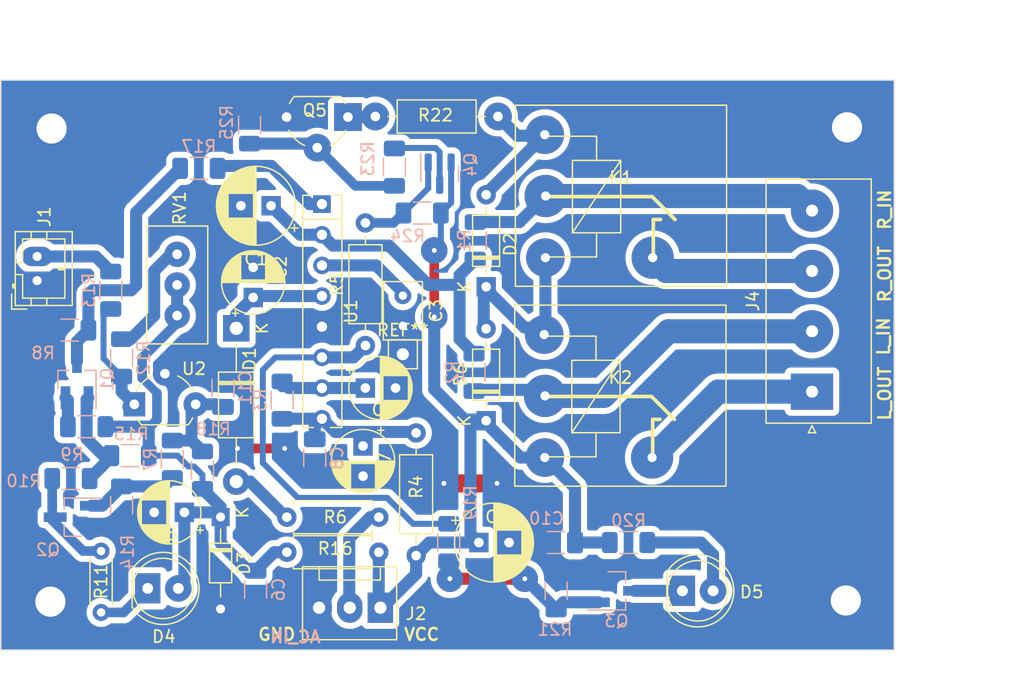
<source format=kicad_pcb>
(kicad_pcb (version 20240108) (generator "pcbnew") (generator_version "8.0")
  (layers (0 "F.Cu" signal) (31 "B.Cu" signal) (34 "B.Paste" user) (35 "F.Paste" user) (36 "B.SilkS" user "B.Silkscreen") (37 "F.SilkS" user "F.Silkscreen") (38 "B.Mask" user) (39 "F.Mask" user) (44 "Edge.Cuts" user))
  (net 0 "")
  (net 1 "Net-(U1-Output_Offset_Det.)")
  (net 2 "GND")
  (net 3 "Net-(D1-K)")
  (net 4 "Net-(U1-Latch{slash}Automat_Reset)")
  (net 5 "Net-(U1-VCC_ON_Mute)")
  (net 6 "Net-(D3-K)")
  (net 7 "Net-(U1-+VCC)")
  (net 8 "Net-(D1-A)")
  (net 9 "Net-(D2-A)")
  (net 10 "Net-(D4-K)")
  (net 11 "Net-(D5-K)")
  (net 12 "Net-(D5-A)")
  (net 13 "/INPUT_AC")
  (net 14 "Net-(D2-K)")
  (net 15 "/OUPUT_R")
  (net 16 "/INPUT_R")
  (net 17 "Net-(Q1-B)")
  (net 18 "Net-(Q1-E)")
  (net 19 "Net-(Q2-B)")
  (net 20 "Net-(Q1-C)")
  (net 21 "Net-(Q3-B)")
  (net 22 "Net-(U1-Output_Relay_Driver)")
  (net 23 "Net-(U2-K)")
  (net 24 "Net-(U2-REF)")
  (net 25 "Net-(R12-Pad2)")
  (net 26 "/OVERLOAD_DET")
  (net 27 "/INPUT_L")
  (net 28 "Net-(Q4-B)")
  (net 29 "Net-(Q4-C)")
  (net 30 "/VCC")
  (net 31 "/OUPUT_L")
  (net 32 "Net-(Q2-C)")
  (net 33 "Net-(J1-Pin_2)")
  (net 34 "Net-(Q5-C)")
  (net 35 "Net-(Q5-B)")
  (footprint "Capacitor_THT:CP_Radial_D5.0mm_P2.50mm" (layer "F.Cu") (at 129.194888 122.2)
    (property "Reference" "C4" (at 1.49 1.8045 0) (layer "F.SilkS"))
    (property "Value" "4.7u/10/16V")
    (pad "1" thru_hole rect (at 0 0) (size 1.6 1.6) (drill 0.8) (layers "*.Cu" "*.Mask") (net 5 "Net-(U1-VCC_ON_Mute)"))
    (pad "2" thru_hole circle (at 2.5 0) (size 1.6 1.6) (drill 0.8) (layers "*.Cu" "*.Mask") (net 2 "GND"))
  )
  (footprint "Diode_THT:D_DO-41_SOD81_P12.70mm_Horizontal" (layer "F.Cu") (at 118.5 117.25 -90)
    (property "Reference" "D1" (at 2.55 -1.1 -90) (layer "F.SilkS"))
    (property "Value" "1N4007")
    (fp_text user "K" (at 0 -2.1 -90) (layer "F.SilkS"))
    (pad "1" thru_hole rect (at 0 0 270) (size 2.2 2.2) (drill 1.1) (layers "*.Cu" "*.Mask") (net 3 "Net-(D1-K)"))
    (pad "2" thru_hole oval (at 12.7 0 270) (size 2.2 2.2) (drill 1.1) (layers "*.Cu" "*.Mask") (net 8 "Net-(D1-A)"))
  )
  (footprint "Resistor_THT:R_Axial_DIN0207_L6.3mm_D2.5mm_P7.62mm_Horizontal" (layer "F.Cu") (at 130.31 132.9 180)
    (property "Reference" "R6" (at 3.61 0 0) (layer "F.SilkS"))
    (property "Value" "12k")
    (pad "1" thru_hole circle (at 0 0 180) (size 1.6 1.6) (drill 0.8) (layers "*.Cu" "*.Mask") (net 13 "/INPUT_AC"))
    (pad "2" thru_hole oval (at 7.62 0 180) (size 1.6 1.6) (drill 0.8) (layers "*.Cu" "*.Mask") (net 8 "Net-(D1-A)"))
  )
  (footprint "Capacitor_THT:CP_Radial_D5.0mm_P2.50mm" (layer "F.Cu") (at 114.2 132.5 180)
    (property "Reference" "C5" (at 1.49 -1.8045 0) (layer "F.SilkS"))
    (property "Value" "47u/16V")
    (pad "1" thru_hole rect (at 0 0 180) (size 1.6 1.6) (drill 0.8) (layers "*.Cu" "*.Mask") (net 6 "Net-(D3-K)"))
    (pad "2" thru_hole circle (at 2.5 0 180) (size 1.6 1.6) (drill 0.8) (layers "*.Cu" "*.Mask") (net 2 "GND"))
  )
  (footprint "Resistor_THT:R_Axial_DIN0207_L6.3mm_D2.5mm_P10.16mm_Horizontal" (layer "F.Cu") (at 130.02 99.7)
    (property "Reference" "R22" (at 4.98 -0.1 0) (layer "F.SilkS"))
    (property "Value" "56")
    (pad "1" thru_hole circle (at 0 0) (size 2.3 2.3) (drill 0.8) (layers "*.Cu" "*.Mask") (net 34 "Net-(Q5-C)"))
    (pad "2" thru_hole circle (at 10.16 0) (size 2.3 2.3) (drill 0.8) (layers "*.Cu" "*.Mask") (net 9 "Net-(D2-A)"))
  )
  (footprint "Diode_THT:D_DO-35_SOD27_P7.62mm_Horizontal" (layer "F.Cu") (at 139.2 113.81 90)
    (property "Reference" "D2" (at 3.51 2 90) (layer "F.SilkS"))
    (property "Value" "1N4148")
    (fp_text user "K" (at 0 -1.8 90) (layer "F.SilkS"))
    (pad "1" thru_hole rect (at 0 0 90) (size 1.6 1.6) (drill 0.8) (layers "*.Cu" "*.Mask") (net 14 "Net-(D2-K)"))
    (pad "2" thru_hole oval (at 7.62 0 90) (size 1.6 1.6) (drill 0.8) (layers "*.Cu" "*.Mask") (net 9 "Net-(D2-A)"))
  )
  (footprint "Capacitor_THT:CP_Radial_D5.0mm_P2.50mm" (layer "F.Cu") (at 129 127 -90)
    (property "Reference" "C7" (at 1.49 -1.8045 90) (layer "F.SilkS"))
    (property "Value" "47u/10/16")
    (pad "1" thru_hole rect (at 0 0 270) (size 1.6 1.6) (drill 0.8) (layers "*.Cu" "*.Mask") (net 7 "Net-(U1-+VCC)"))
    (pad "2" thru_hole circle (at 2.5 0 270) (size 1.6 1.6) (drill 0.8) (layers "*.Cu" "*.Mask") (net 2 "GND"))
  )
  (footprint "Package_SIP:SIP-8_19x3mm_P2.54mm" (layer "F.Cu") (at 125.6 106.96 -90)
    (property "Reference" "U1" (at 8.89 -2.4 90) (layer "F.SilkS"))
    (property "Value" "UP1237")
    (pad "1" thru_hole rect (at 0 0) (size 1.45 1.45) (drill 0.85) (layers "*.Cu" "*.Mask") (net 26 "/OVERLOAD_DET"))
    (pad "2" thru_hole circle (at 2.54 0) (size 1.45 1.45) (drill 0.85) (layers "*.Cu" "*.Mask") (net 1 "Net-(U1-Output_Offset_Det.)"))
    (pad "3" thru_hole circle (at 5.08 0) (size 1.45 1.45) (drill 0.85) (layers "*.Cu" "*.Mask") (net 4 "Net-(U1-Latch{slash}Automat_Reset)"))
    (pad "4" thru_hole circle (at 7.62 0) (size 1.45 1.45) (drill 0.85) (layers "*.Cu" "*.Mask") (net 3 "Net-(D1-K)"))
    (pad "5" thru_hole circle (at 10.16 0) (size 1.45 1.45) (drill 0.85) (layers "*.Cu" "*.Mask") (net 2 "GND"))
    (pad "6" thru_hole circle (at 12.7 0) (size 1.45 1.45) (drill 0.85) (layers "*.Cu" "*.Mask") (net 22 "Net-(U1-Output_Relay_Driver)"))
    (pad "7" thru_hole circle (at 15.24 0) (size 1.45 1.45) (drill 0.85) (layers "*.Cu" "*.Mask") (net 5 "Net-(U1-VCC_ON_Mute)"))
    (pad "8" thru_hole circle (at 17.78 0) (size 1.45 1.45) (drill 0.85) (layers "*.Cu" "*.Mask") (net 7 "Net-(U1-+VCC)"))
  )
  (footprint "Package_TO_SOT_THT:TO-92L_Wide" (layer "F.Cu") (at 110.05 123.55)
    (property "Reference" "U2" (at 4.95 -2.95 0) (layer "F.SilkS"))
    (property "Value" "TL431LP")
    (pad "1" thru_hole rect (at 0 0) (size 1.8 2) (drill 0.8) (layers "*.Cu" "*.Mask") (net 24 "Net-(U2-REF)"))
    (pad "2" thru_hole circle (at 2.54 -2.54) (size 2 2) (drill 0.8) (layers "*.Cu" "*.Mask") (net 2 "GND"))
    (pad "3" thru_hole circle (at 5.08 0) (size 2 2) (drill 0.8) (layers "*.Cu" "*.Mask") (net 23 "Net-(U2-K)"))
  )
  (footprint "Connector_JST:JST_NV_B04P-NV_1x04_P5.00mm_Vertical" (layer "F.Cu") (at 166.2 122.5 90)
    (property "Reference" "J4" (at 7.5 -4.9 90) (layer "F.SilkS"))
    (property "Value" "Conn_01x04_Pin")
    (pad "1" thru_hole rect (at 0 0 90) (size 3 3.5) (drill 1) (layers "*.Cu" "*.Mask") (net 31 "/OUPUT_L"))
    (pad "2" thru_hole circle (at 5 0 90) (size 3.5 3.5) (drill 1) (layers "*.Cu" "*.Mask") (net 27 "/INPUT_L"))
    (pad "3" thru_hole circle (at 10 0 90) (size 3.5 3.5) (drill 1) (layers "*.Cu" "*.Mask") (net 15 "/OUPUT_R"))
    (pad "4" thru_hole circle (at 15 0 90) (size 3.5 3.5) (drill 1) (layers "*.Cu" "*.Mask") (net 16 "/INPUT_R"))
  )
  (footprint "Resistor_THT:R_Axial_DIN0207_L6.3mm_D2.5mm_P10.16mm_Horizontal" (layer "F.Cu") (at 133.4 136.08 90)
    (property "Reference" "R4" (at 5.68 0 90) (layer "F.SilkS"))
    (property "Value" "9k1")
    (pad "1" thru_hole circle (at 0 0 90) (size 1.6 1.6) (drill 0.8) (layers "*.Cu" "*.Mask") (net 30 "/VCC"))
    (pad "2" thru_hole oval (at 10.16 0 90) (size 1.6 1.6) (drill 0.8) (layers "*.Cu" "*.Mask") (net 7 "Net-(U1-+VCC)"))
  )
  (footprint "Resistor_THT:R_Axial_DIN0207_L6.3mm_D2.5mm_P10.16mm_Horizontal" (layer "F.Cu") (at 129.2 118.68 90)
    (property "Reference" "R5" (at 5.08 -2.37 90) (layer "F.SilkS"))
    (property "Value" "47k")
    (pad "1" thru_hole circle (at 0 0 90) (size 1.6 1.6) (drill 0.8) (layers "*.Cu" "*.Mask") (net 22 "Net-(U1-Output_Relay_Driver)"))
    (pad "2" thru_hole oval (at 10.16 0 90) (size 1.6 1.6) (drill 0.8) (layers "*.Cu" "*.Mask") (net 28 "Net-(Q4-B)"))
  )
  (footprint "Capacitor_THT:CP_Radial_D5.0mm_P2.50mm" (layer "F.Cu") (at 119.9 114.7 90)
    (property "Reference" "C2" (at 2.491 2.268 90) (layer "F.SilkS"))
    (property "Value" "4.7u/10/16V")
    (pad "1" thru_hole rect (at 0 0 90) (size 1.6 1.6) (drill 0.8) (layers "*.Cu" "*.Mask") (net 3 "Net-(D1-K)"))
    (pad "2" thru_hole circle (at 2.5 0 90) (size 1.6 1.6) (drill 0.8) (layers "*.Cu" "*.Mask") (net 2 "GND"))
  )
  (footprint "LED_THT:LED_D5.0mm" (layer "F.Cu") (at 155.46 139)
    (property "Reference" "D5" (at 5.74 0.1 0) (layer "F.SilkS"))
    (property "Value" "LED_Small")
    (pad "1" thru_hole rect (at 0 0) (size 2.1 2.5) (drill 0.9) (layers "*.Cu" "*.Mask") (net 11 "Net-(D5-K)"))
    (pad "2" thru_hole circle (at 2.54 0) (size 2.2 2.2) (drill 0.9) (layers "*.Cu" "*.Mask") (net 12 "Net-(D5-A)"))
  )
  (footprint "LED_THT:LED_D5.0mm" (layer "F.Cu") (at 111.16 138.8)
    (property "Reference" "D4" (at 1.34 4 0) (layer "F.SilkS"))
    (property "Value" "LED_Small")
    (pad "1" thru_hole rect (at 0 0) (size 2.1 2.5) (drill 0.9) (layers "*.Cu" "*.Mask") (net 10 "Net-(D4-K)"))
    (pad "2" thru_hole circle (at 2.54 0) (size 2.2 2.2) (drill 0.9) (layers "*.Cu" "*.Mask") (net 6 "Net-(D3-K)"))
  )
  (footprint "Capacitor_THT:C_Rect_L4.6mm_W3.0mm_P2.50mm_MKS02_FKP02" (layer "F.Cu") (at 132.3 114.55 -90)
    (property "Reference" "C3" (at 1.25 -2.75 90) (layer "F.SilkS"))
    (property "Value" "22n")
    (pad "1" thru_hole circle (at 0 0 270) (size 1.4 1.4) (drill 0.7) (layers "*.Cu" "*.Mask") (net 4 "Net-(U1-Latch{slash}Automat_Reset)"))
    (pad "2" thru_hole circle (at 2.5 0 270) (size 1.4 1.4) (drill 0.7) (layers "*.Cu" "*.Mask") (net 2 "GND"))
  )
  (footprint "Resistor_THT:R_Axial_DIN0204_L3.6mm_D1.6mm_P5.08mm_Horizontal" (layer "F.Cu") (at 107.3 135.71 -90)
    (property "Reference" "R11" (at 2.54 0 -90) (layer "F.SilkS"))
    (property "Value" "4k7")
    (pad "1" thru_hole circle (at 0 0 270) (size 1.4 1.4) (drill 0.7) (layers "*.Cu" "*.Mask") (net 32 "Net-(Q2-C)"))
    (pad "2" thru_hole oval (at 5.08 0 270) (size 1.4 1.4) (drill 0.7) (layers "*.Cu" "*.Mask") (net 10 "Net-(D4-K)"))
  )
  (footprint "Capacitor_THT:CP_Radial_D6.3mm_P2.50mm" (layer "F.Cu") (at 138.6 135)
    (property "Reference" "C9" (at 1.49 -2.131 0) (layer "F.SilkS"))
    (property "Value" "100u/40V")
    (pad "1" thru_hole rect (at 0 0) (size 1.6 1.6) (drill 0.8) (layers "*.Cu" "*.Mask") (net 30 "/VCC"))
    (pad "2" thru_hole circle (at 2.5 0) (size 1.6 1.6) (drill 0.8) (layers "*.Cu" "*.Mask") (net 2 "GND"))
  )
  (footprint "Relay:Relay_Hongfa_HF3FF" (layer "F.Cu") (at 150.3 122.9)
    (property "Reference" "K2" (at 0.02 -1.57 0) (layer "F.SilkS"))
    (property "Value" "Relay_SPST-NO")
    (pad "13" thru_hole circle (at -6.22 -0.05) (size 3.5 3.5) (drill 0.762) (layers "*.Cu" "*.Mask") (net 27 "/INPUT_L"))
    (pad "14" thru_hole circle (at 2.65 5.06) (size 3.5 3.5) (drill 0.762) (layers "*.Cu" "*.Mask") (net 31 "/OUPUT_L"))
    (pad "A1" thru_hole circle (at -6.29 -5.13) (size 3.2 3.2) (drill 0.762) (layers "*.Cu" "*.Mask") (net 14 "Net-(D2-K)"))
    (pad "A2" thru_hole circle (at -6.24 5.06) (size 3.2 3.2) (drill 0.762) (layers "*.Cu" "*.Mask") (net 30 "/VCC"))
  )
  (footprint "Connector_JST:JST_PH_B2B-PH-K_1x02_P2.00mm_Vertical" (layer "F.Cu") (at 102 113.3 90)
    (property "Reference" "J1" (at 5.3 0.6 90) (layer "F.SilkS"))
    (property "Value" "Conn_01x02")
    (pad "1" thru_hole roundrect (at 0 0 90) (size 1.5 2.5) (drill 0.75) (layers "*.Cu" "*.Mask") (roundrect_rratio 0.208333) (net 2 "GND"))
    (pad "2" thru_hole oval (at 2 0 90) (size 1.6 2.5) (drill 0.75) (layers "*.Cu" "*.Mask") (net 33 "Net-(J1-Pin_2)"))
  )
  (footprint "Relay:Relay_Hongfa_HF3FF" (layer "F.Cu") (at 150.35 106.34)
    (property "Reference" "K1" (at 0.02 -1.57 0) (layer "F.SilkS"))
    (property "Value" "Relay_SPST-NO")
    (pad "13" thru_hole circle (at -6.22 -0.05) (size 3.5 3.5) (drill 0.762) (layers "*.Cu" "*.Mask") (net 16 "/INPUT_R"))
    (pad "14" thru_hole circle (at 2.65 5.06) (size 3.5 3.5) (drill 0.762) (layers "*.Cu" "*.Mask") (net 15 "/OUPUT_R"))
    (pad "A1" thru_hole circle (at -6.29 -5.13) (size 3.2 3.2) (drill 0.762) (layers "*.Cu" "*.Mask") (net 9 "Net-(D2-A)"))
    (pad "A2" thru_hole circle (at -6.24 5.06) (size 3.2 3.2) (drill 0.762) (layers "*.Cu" "*.Mask") (net 14 "Net-(D2-K)"))
  )
  (footprint "Diode_THT:D_DO-35_SOD27_P7.62mm_Horizontal" (layer "F.Cu") (at 139.2 124.91 90)
    (property "Reference" "D6" (at 3.81 -2.12 90) (layer "F.SilkS"))
    (property "Value" "1N4148")
    (fp_text user "K" (at 0 -1.8 90) (layer "F.SilkS"))
    (pad "1" thru_hole rect (at 0 0 90) (size 1.6 1.6) (drill 0.8) (layers "*.Cu" "*.Mask") (net 30 "/VCC"))
    (pad "2" thru_hole oval (at 7.62 0 90) (size 1.6 1.6) (drill 0.8) (layers "*.Cu" "*.Mask") (net 14 "Net-(D2-K)"))
  )
  (footprint "Connector:FanPinHeader_1x03_P2.54mm_Vertical" (layer "F.Cu") (at 130.44 140.4 180)
    (property "Reference" "J2" (at -2.96 -0.5 0) (layer "F.SilkS"))
    (property "Value" "Conn_01x03")
    (pad "1" thru_hole rect (at 0 0 270) (size 2.5 2.1) (drill 1.02) (layers "*.Cu" "*.Mask") (net 30 "/VCC"))
    (pad "2" thru_hole oval (at 2.54 0 270) (size 2.5 2.1) (drill 1.02) (layers "*.Cu" "*.Mask") (net 13 "/INPUT_AC"))
    (pad "3" thru_hole oval (at 5.08 0 270) (size 2.5 2.1) (drill 1.02) (layers "*.Cu" "*.Mask") (net 2 "GND"))
  )
  (footprint "Package_TO_SOT_THT:TO-92L_Wide" (layer "F.Cu") (at 127.75 99.75 180)
    (property "Reference" "Q5" (at 2.75 0.55 0) (layer "F.SilkS"))
    (property "Value" "BC337")
    (pad "1" thru_hole rect (at 0 0 180) (size 2.3 2.3) (drill 0.8) (layers "*.Cu" "*.Mask") (net 34 "Net-(Q5-C)"))
    (pad "2" thru_hole circle (at 2.54 -2.54 180) (size 2.3 2.3) (drill 0.8) (layers "*.Cu" "*.Mask") (net 35 "Net-(Q5-B)"))
    (pad "3" thru_hole circle (at 5.08 0 180) (size 2.3 2.3) (drill 0.8) (layers "*.Cu" "*.Mask") (net 2 "GND"))
  )
  (footprint "Capacitor_THT:CP_Radial_D6.3mm_P2.50mm" (layer "F.Cu") (at 121.38238 107.1 180)
    (property "Reference" "C1" (at 1.25 -4.4 180) (layer "F.SilkS"))
    (property "Value" "330u/10/16V")
    (pad "1" thru_hole rect (at 0 0 180) (size 1.6 1.6) (drill 0.8) (layers "*.Cu" "*.Mask") (net 1 "Net-(U1-Output_Offset_Det.)"))
    (pad "2" thru_hole circle (at 2.5 0 180) (size 1.6 1.6) (drill 0.8) (layers "*.Cu" "*.Mask") (net 2 "GND"))
  )
  (footprint "TestPoint:TestPoint_THTPad_2.0x2.0mm_Drill1.0mm" (layer "F.Cu") (at 132.3 119.4)
    (property "Reference" "REF**" (at 0 -1.998 0) (layer "F.SilkS"))
    (property "Value" "TestPoint_THTPad_2.0x2.0mm_Drill1.0mm")
    (pad "1" thru_hole circle (at 0 0) (size 2 2) (drill 1) (layers "*.Cu" "*.Mask"))
  )
  (footprint "Diode_THT:D_DO-34_SOD68_P7.62mm_Horizontal" (layer "F.Cu") (at 117.2 132.885 -90)
    (property "Reference" "D3" (at 3.81 -1.92 90) (layer "F.SilkS"))
    (property "Value" "12V")
    (fp_text user "K" (at -0.385 -1.8 90) (layer "F.SilkS"))
    (pad "1" thru_hole rect (at 0 0 270) (size 1.5 1.5) (drill 0.75) (layers "*.Cu" "*.Mask") (net 6 "Net-(D3-K)"))
    (pad "2" thru_hole oval (at 7.62 0 270) (size 1.5 1.5) (drill 0.75) (layers "*.Cu" "*.Mask") (net 2 "GND"))
  )
  (footprint "Resistor_THT:R_Axial_DIN0207_L6.3mm_D2.5mm_P7.62mm_Horizontal" (layer "F.Cu") (at 130.31 135.8 180)
    (property "Reference" "R16" (at 3.61 0.3 0) (layer "F.SilkS"))
    (property "Value" "2k")
    (pad "1" thru_hole circle (at 0 0 180) (size 1.6 1.6) (drill 0.8) (layers "*.Cu" "*.Mask") (net 30 "/VCC"))
    (pad "2" thru_hole oval (at 7.62 0 180) (size 1.6 1.6) (drill 0.8) (layers "*.Cu" "*.Mask") (net 6 "Net-(D3-K)"))
  )
  (footprint "Potentiometer_THT:Potentiometer_Bourns_3296W_Vertical" (layer "F.Cu") (at 113.6 111.12 90)
    (property "Reference" "RV1" (at 3.82 0.2 90) (layer "F.SilkS"))
    (property "Value" "2k")
    (pad "1" thru_hole circle (at 0 0 90) (size 2.1 2.1) (drill 0.8) (layers "*.Cu" "*.Mask") (net 25 "Net-(R12-Pad2)"))
    (pad "2" thru_hole circle (at -2.54 0 90) (size 2.1 2.1) (drill 0.8) (layers "*.Cu" "*.Mask") (net 6 "Net-(D3-K)"))
    (pad "3" thru_hole circle (at -5.08 0 90) (size 2.1 2.1) (drill 0.8) (layers "*.Cu" "*.Mask") (net 6 "Net-(D3-K)"))
  )
  (footprint "Package_TO_SOT_SMD:SOT-23_Handsoldering" (layer "B.Cu") (at 105 132.9 180)
    (property "Reference" "Q2" (at 2.1 -2.7 0) (layer "B.SilkS") (effects (justify mirror)))
    (property "Value" "BC847")
    (pad "1" smd rect (at -1.5 0.95 180) (size 1.9 0.8) (layers "B.Cu" "B.Paste" "B.Mask") (net 19 "Net-(Q2-B)"))
    (pad "2" smd rect (at -1.5 -0.95 180) (size 1.9 0.8) (layers "B.Cu" "B.Paste" "B.Mask") (net 2 "GND"))
    (pad "3" smd rect (at 1.5 0 180) (size 1.9 0.8) (layers "B.Cu" "B.Paste" "B.Mask") (net 32 "Net-(Q2-C)"))
  )
  (footprint "Capacitor_SMD:C_1206_3216Metric_Pad1.33x1.80mm_HandSolder" (layer "B.Cu") (at 117.4 122.2 90)
    (property "Reference" "C11" (at 0 1.85 90) (layer "B.SilkS") (effects (justify mirror)))
    (property "Value" "0.1u")
    (pad "1" smd roundrect (at -1.5625 0 90) (size 1.325 1.8) (layers "B.Cu" "B.Paste" "B.Mask") (roundrect_rratio 0.188679) (net 23 "Net-(U2-K)"))
    (pad "2" smd roundrect (at 1.5625 0 90) (size 1.325 1.8) (layers "B.Cu" "B.Paste" "B.Mask") (roundrect_rratio 0.188679) (net 2 "GND"))
  )
  (footprint "Package_TO_SOT_SMD:SOT-23_Handsoldering" (layer "B.Cu") (at 105.3 121.5 90)
    (property "Reference" "Q1" (at 0 2.5 90) (layer "B.SilkS") (effects (justify mirror)))
    (property "Value" "BC858")
    (pad "1" smd rect (at -1.5 0.95 90) (size 1.9 0.8) (layers "B.Cu" "B.Paste" "B.Mask") (net 17 "Net-(Q1-B)"))
    (pad "2" smd rect (at -1.5 -0.95 90) (size 1.9 0.8) (layers "B.Cu" "B.Paste" "B.Mask") (net 18 "Net-(Q1-E)"))
    (pad "3" smd rect (at 1.5 0 90) (size 1.9 0.8) (layers "B.Cu" "B.Paste" "B.Mask") (net 20 "Net-(Q1-C)"))
  )
  (footprint "MountingHole:MountingHole_2.5mm_Pad" (layer "B.Cu") (at 103.2 100.7 180)
    (property "Reference" "REF**" (hide yes))
    (property "Value" "MountingHole_2.5mm_Pad" (hide yes))
    (pad "1" thru_hole circle (at 0 0 180) (size 5 5) (drill 2.5) (layers "*.Cu" "*.Mask") (net 2 "GND"))
  )
  (footprint "Resistor_SMD:R_1206_3216Metric_Pad1.30x1.75mm_HandSolder" (layer "B.Cu") (at 138.3 110 90)
    (property "Reference" "R1" (at 0 -0.91 90) (layer "B.SilkS") (effects (justify mirror)))
    (property "Value" "56k")
    (pad "1" smd roundrect (at -1.55 0 90) (size 1.3 1.75) (layers "B.Cu" "B.Paste" "B.Mask") (roundrect_rratio 0.192308) (net 1 "Net-(U1-Output_Offset_Det.)"))
    (pad "2" smd roundrect (at 1.55 0 90) (size 1.3 1.75) (layers "B.Cu" "B.Paste" "B.Mask") (roundrect_rratio 0.192308) (net 16 "/INPUT_R"))
  )
  (footprint "Capacitor_SMD:C_1206_3216Metric_Pad1.33x1.80mm_HandSolder" (layer "B.Cu") (at 125 128 90)
    (property "Reference" "C8" (at 0 1.85 90) (layer "B.SilkS") (effects (justify mirror)))
    (property "Value" "0.1u")
    (pad "1" smd roundrect (at -1.5625 0 90) (size 1.325 1.8) (layers "B.Cu" "B.Paste" "B.Mask") (roundrect_rratio 0.188679) (net 2 "GND"))
    (pad "2" smd roundrect (at 1.5625 0 90) (size 1.325 1.8) (layers "B.Cu" "B.Paste" "B.Mask") (roundrect_rratio 0.188679) (net 7 "Net-(U1-+VCC)"))
  )
  (footprint "Resistor_SMD:R_1206_3216Metric_Pad1.30x1.75mm_HandSolder" (layer "B.Cu") (at 151 135 180)
    (property "Reference" "R20" (at 0 1.82 0) (layer "B.SilkS") (effects (justify mirror)))
    (property "Value" "10k")
    (pad "1" smd roundrect (at -1.55 0 180) (size 1.3 1.75) (layers "B.Cu" "B.Paste" "B.Mask") (roundrect_rratio 0.192308) (net 12 "Net-(D5-A)"))
    (pad "2" smd roundrect (at 1.55 0 180) (size 1.3 1.75) (layers "B.Cu" "B.Paste" "B.Mask") (roundrect_rratio 0.192308) (net 30 "/VCC"))
  )
  (footprint "Resistor_SMD:R_1206_3216Metric_Pad1.30x1.75mm_HandSolder" (layer "B.Cu") (at 104.7 117.4)
    (property "Reference" "R8" (at -2.2 1.9 0) (layer "B.SilkS") (effects (justify mirror)))
    (property "Value" "2k7")
    (pad "1" smd roundrect (at -1.55 0) (size 1.3 1.75) (layers "B.Cu" "B.Paste" "B.Mask") (roundrect_rratio 0.192308) (net 2 "GND"))
    (pad "2" smd roundrect (at 1.55 0) (size 1.3 1.75) (layers "B.Cu" "B.Paste" "B.Mask") (roundrect_rratio 0.192308) (net 20 "Net-(Q1-C)"))
  )
  (footprint "Capacitor_SMD:C_1206_3216Metric_Pad1.33x1.80mm_HandSolder" (layer "B.Cu") (at 145 135)
    (property "Reference" "C10" (at -0.8 -2 0) (layer "B.SilkS") (effects (justify mirror)))
    (property "Value" "0.1u")
    (pad "1" smd roundrect (at -1.5625 0) (size 1.325 1.8) (layers "B.Cu" "B.Paste" "B.Mask") (roundrect_rratio 0.188679) (net 2 "GND"))
    (pad "2" smd roundrect (at 1.5625 0) (size 1.325 1.8) (layers "B.Cu" "B.Paste" "B.Mask") (roundrect_rratio 0.188679) (net 30 "/VCC"))
  )
  (footprint "MountingHole:MountingHole_2.5mm_Pad" (layer "B.Cu") (at 169 139.8 180)
    (property "Reference" "REF**" (hide yes))
    (property "Value" "MountingHole_2.5mm_Pad" (hide yes))
    (pad "1" thru_hole circle (at 0 0 180) (size 5 5) (drill 2.5) (layers "*.Cu" "*.Mask") (net 2 "GND"))
  )
  (footprint "Resistor_SMD:R_1206_3216Metric_Pad1.30x1.75mm_HandSolder" (layer "B.Cu") (at 115.7 129 90)
    (property "Reference" "R18" (at 3.4 0.9 180) (layer "B.SilkS") (effects (justify mirror)))
    (property "Value" "6k8")
    (pad "1" smd roundrect (at -1.55 0 90) (size 1.3 1.75) (layers "B.Cu" "B.Paste" "B.Mask") (roundrect_rratio 0.192308) (net 6 "Net-(D3-K)"))
    (pad "2" smd roundrect (at 1.55 0 90) (size 1.3 1.75) (layers "B.Cu" "B.Paste" "B.Mask") (roundrect_rratio 0.192308) (net 23 "Net-(U2-K)"))
  )
  (footprint "Resistor_SMD:R_1206_3216Metric_Pad1.30x1.75mm_HandSolder" (layer "B.Cu") (at 133.9 107.7)
    (property "Reference" "R24" (at -1.2 1.9 0) (layer "B.SilkS") (effects (justify mirror)))
    (property "Value" "47k")
    (pad "1" smd roundrect (at -1.55 0) (size 1.3 1.75) (layers "B.Cu" "B.Paste" "B.Mask") (roundrect_rratio 0.192308) (net 28 "Net-(Q4-B)"))
    (pad "2" smd roundrect (at 1.55 0) (size 1.3 1.75) (layers "B.Cu" "B.Paste" "B.Mask") (roundrect_rratio 0.192308) (net 30 "/VCC"))
  )
  (footprint "Resistor_SMD:R_1206_3216Metric_Pad1.30x1.75mm_HandSolder" (layer "B.Cu") (at 136.1 135 -90)
    (property "Reference" "R19" (at -3.3 -1.8 90) (layer "B.SilkS") (effects (justify mirror)))
    (property "Value" "47k")
    (pad "1" smd roundrect (at -1.55 0 270) (size 1.3 1.75) (layers "B.Cu" "B.Paste" "B.Mask") (roundrect_rratio 0.192308) (net 22 "Net-(U1-Output_Relay_Driver)"))
    (pad "2" smd roundrect (at 1.55 0 270) (size 1.3 1.75) (layers "B.Cu" "B.Paste" "B.Mask") (roundrect_rratio 0.192308) (net 21 "Net-(Q3-B)"))
  )
  (footprint "Resistor_SMD:R_1206_3216Metric_Pad1.30x1.75mm_HandSolder" (layer "B.Cu") (at 109 131.9 90)
    (property "Reference" "R14" (at -3.9 0.5 90) (layer "B.SilkS") (effects (justify mirror)))
    (property "Value" "4k7")
    (pad "1" smd roundrect (at -1.55 0 90) (size 1.3 1.75) (layers "B.Cu" "B.Paste" "B.Mask") (roundrect_rratio 0.192308) (net 2 "GND"))
    (pad "2" smd roundrect (at 1.55 0 90) (size 1.3 1.75) (layers "B.Cu" "B.Paste" "B.Mask") (roundrect_rratio 0.192308) (net 19 "Net-(Q2-B)"))
  )
  (footprint "Resistor_SMD:R_1206_3216Metric_Pad1.30x1.75mm_HandSolder" (layer "B.Cu") (at 115.4 104 180)
    (property "Reference" "R17" (at 0 1.82 0) (layer "B.SilkS") (effects (justify mirror)))
    (property "Value" "22k")
    (pad "1" smd roundrect (at -1.55 0 180) (size 1.3 1.75) (layers "B.Cu" "B.Paste" "B.Mask") (roundrect_rratio 0.192308) (net 26 "/OVERLOAD_DET"))
    (pad "2" smd roundrect (at 1.55 0 180) (size 1.3 1.75) (layers "B.Cu" "B.Paste" "B.Mask") (roundrect_rratio 0.192308) (net 20 "Net-(Q1-C)"))
  )
  (footprint "MountingHole:MountingHole_2.5mm_Pad" (layer "B.Cu") (at 169.1 100.6 180)
    (property "Reference" "REF**" (hide yes))
    (property "Value" "MountingHole_2.5mm_Pad" (hide yes))
    (pad "1" thru_hole circle (at 0 0 180) (size 5 5) (drill 2.5) (layers "*.Cu" "*.Mask") (net 2 "GND"))
  )
  (footprint "Resistor_SMD:R_1206_3216Metric_Pad1.30x1.75mm_HandSolder" (layer "B.Cu") (at 145 139 -90)
    (property "Reference" "R21" (at 3.2 0.1 180) (layer "B.SilkS") (effects (justify mirror)))
    (property "Value" "47k")
    (pad "1" smd roundrect (at -1.55 0 270) (size 1.3 1.75) (layers "B.Cu" "B.Paste" "B.Mask") (roundrect_rratio 0.192308) (net 2 "GND"))
    (pad "2" smd roundrect (at 1.55 0 270) (size 1.3 1.75) (layers "B.Cu" "B.Paste" "B.Mask") (roundrect_rratio 0.192308) (net 21 "Net-(Q3-B)"))
  )
  (footprint "Resistor_SMD:R_1206_3216Metric_Pad1.30x1.75mm_HandSolder" (layer "B.Cu") (at 131.6 103.9 90)
    (property "Reference" "R23" (at 0.7 -2.2 90) (layer "B.SilkS") (effects (justify mirror)))
    (property "Value" "47k")
    (pad "1" smd roundrect (at -1.55 0 90) (size 1.3 1.75) (layers "B.Cu" "B.Paste" "B.Mask") (roundrect_rratio 0.192308) (net 35 "Net-(Q5-B)"))
    (pad "2" smd roundrect (at 1.55 0 90) (size 1.3 1.75) (layers "B.Cu" "B.Paste" "B.Mask") (roundrect_rratio 0.192308) (net 29 "Net-(Q4-C)"))
  )
  (footprint "Resistor_SMD:R_1206_3216Metric_Pad1.30x1.75mm_HandSolder" (layer "B.Cu") (at 106.1 125.4)
    (property "Reference" "R9" (at -1.2 2.3 0) (layer "B.SilkS") (effects (justify mirror)))
    (property "Value" "3k9")
    (pad "1" smd roundrect (at -1.55 0) (size 1.3 1.75) (layers "B.Cu" "B.Paste" "B.Mask") (roundrect_rratio 0.192308) (net 18 "Net-(Q1-E)"))
    (pad "2" smd roundrect (at 1.55 0) (size 1.3 1.75) (layers "B.Cu" "B.Paste" "B.Mask") (roundrect_rratio 0.192308) (net 6 "Net-(D3-K)"))
  )
  (footprint "Resistor_SMD:R_1206_3216Metric_Pad1.30x1.75mm_HandSolder" (layer "B.Cu") (at 109 119.7 90)
    (property "Reference" "R12" (at 0 1.82 90) (layer "B.SilkS") (effects (justify mirror)))
    (property "Value" "3k")
    (pad "1" smd roundrect (at -1.55 0 90) (size 1.3 1.75) (layers "B.Cu" "B.Paste" "B.Mask") (roundrect_rratio 0.192308) (net 24 "Net-(U2-REF)"))
    (pad "2" smd roundrect (at 1.55 0 90) (size 1.3 1.75) (layers "B.Cu" "B.Paste" "B.Mask") (roundrect_rratio 0.192308) (net 25 "Net-(R12-Pad2)"))
  )
  (footprint "Package_TO_SOT_SMD:SOT-23" (layer "B.Cu") (at 135.35 104.4375 -90)
    (property "Reference" "Q4" (at -0.7375 -2.55 90) (layer "B.SilkS") (effects (justify mirror)))
    (property "Value" "BC858")
    (pad "1" smd roundrect (at -0.9375 0.95 270) (size 1.475 0.6) (layers "B.Cu" "B.Paste" "B.Mask") (net 28 "Net-(Q4-B)"))
    (pad "2" smd roundrect (at -0.9375 -0.95 270) (size 1.475 0.6) (layers "B.Cu" "B.Paste" "B.Mask") (net 30 "/VCC"))
    (pad "3" smd roundrect (at 0.9375 0 270) (size 1.475 0.6) (layers "B.Cu" "B.Paste" "B.Mask") (net 29 "Net-(Q4-C)"))
  )
  (footprint "Capacitor_SMD:C_1206_3216Metric_Pad1.33x1.80mm_HandSolder" (layer "B.Cu") (at 120.1 138.9 -90)
    (property "Reference" "C6" (at 0 -1.9 90) (layer "B.SilkS") (effects (justify mirror)))
    (property "Value" "0.1u")
    (pad "1" smd roundrect (at -1.5625 0 270) (size 1.325 1.8) (layers "B.Cu" "B.Paste" "B.Mask") (roundrect_rratio 0.188679) (net 6 "Net-(D3-K)"))
    (pad "2" smd roundrect (at 1.5625 0 270) (size 1.325 1.8) (layers "B.Cu" "B.Paste" "B.Mask") (roundrect_rratio 0.188679) (net 2 "GND"))
  )
  (footprint "Resistor_SMD:R_1206_3216Metric_Pad1.30x1.75mm_HandSolder" (layer "B.Cu") (at 138.2 120.9 -90)
    (property "Reference" "R2" (at 0 1.82 90) (layer "B.SilkS") (effects (justify mirror)))
    (property "Value" "56k")
    (pad "1" smd roundrect (at -1.55 0 270) (size 1.3 1.75) (layers "B.Cu" "B.Paste" "B.Mask") (roundrect_rratio 0.192308) (net 1 "Net-(U1-Output_Offset_Det.)"))
    (pad "2" smd roundrect (at 1.55 0 270) (size 1.3 1.75) (layers "B.Cu" "B.Paste" "B.Mask") (roundrect_rratio 0.192308) (net 27 "/INPUT_L"))
  )
  (footprint "Resistor_SMD:R_1206_3216Metric_Pad1.30x1.75mm_HandSolder" (layer "B.Cu") (at 108.1 114.1 -90)
    (property "Reference" "R13" (at 0 1.82 90) (layer "B.SilkS") (effects (justify mirror)))
    (property "Value" "200")
    (pad "1" smd roundrect (at -1.55 0 270) (size 1.3 1.75) (layers "B.Cu" "B.Paste" "B.Mask") (roundrect_rratio 0.192308) (net 33 "Net-(J1-Pin_2)"))
    (pad "2" smd roundrect (at 1.55 0 270) (size 1.3 1.75) (layers "B.Cu" "B.Paste" "B.Mask") (roundrect_rratio 0.192308) (net 24 "Net-(U2-REF)"))
  )
  (footprint "Resistor_SMD:R_1206_3216Metric_Pad1.30x1.75mm_HandSolder" (layer "B.Cu") (at 113.2 128.1 -90)
    (property "Reference" "R7" (at 0 1.82 90) (layer "B.SilkS") (effects (justify mirror)))
    (property "Value" "4k7")
    (pad "1" smd roundrect (at -1.55 0 270) (size 1.3 1.75) (layers "B.Cu" "B.Paste" "B.Mask") (roundrect_rratio 0.192308) (net 23 "Net-(U2-K)"))
    (pad "2" smd roundrect (at 1.55 0 270) (size 1.3 1.75) (layers "B.Cu" "B.Paste" "B.Mask") (roundrect_rratio 0.192308) (net 19 "Net-(Q2-B)"))
  )
  (footprint "Resistor_SMD:R_1206_3216Metric_Pad1.30x1.75mm_HandSolder" (layer "B.Cu") (at 119.6 100.4 90)
    (property "Reference" "R25" (at 0.2 -1.9 90) (layer "B.SilkS") (effects (justify mirror)))
    (property "Value" "47k")
    (pad "1" smd roundrect (at -1.55 0 90) (size 1.3 1.75) (layers "B.Cu" "B.Paste" "B.Mask") (roundrect_rratio 0.192308) (net 35 "Net-(Q5-B)"))
    (pad "2" smd roundrect (at 1.55 0 90) (size 1.3 1.75) (layers "B.Cu" "B.Paste" "B.Mask") (roundrect_rratio 0.192308) (net 2 "GND"))
  )
  (footprint "Package_TO_SOT_SMD:SOT-23_Handsoldering" (layer "B.Cu") (at 150 139)
    (property "Reference" "Q3" (at 0 2.5 0) (layer "B.SilkS") (effects (justify mirror)))
    (property "Value" "BC847")
    (pad "1" smd rect (at -1.5 0.95) (size 1.9 0.8) (layers "B.Cu" "B.Paste" "B.Mask") (net 21 "Net-(Q3-B)"))
    (pad "2" smd rect (at -1.5 -0.95) (size 1.9 0.8) (layers "B.Cu" "B.Paste" "B.Mask") (net 2 "GND"))
    (pad "3" smd rect (at 1.5 0) (size 1.9 0.8) (layers "B.Cu" "B.Paste" "B.Mask") (net 11 "Net-(D5-K)"))
  )
  (footprint "Resistor_SMD:R_1206_3216Metric_Pad1.30x1.75mm_HandSolder" (layer "B.Cu") (at 109.7 127.8)
    (property "Reference" "R15" (at 0.1 -1.8 0) (layer "B.SilkS") (effects (justify mirror)))
    (property "Value" "4k7")
    (pad "1" smd roundrect (at -1.55 0) (size 1.3 1.75) (layers "B.Cu" "B.Paste" "B.Mask") (roundrect_rratio 0.192308) (net 17 "Net-(Q1-B)"))
    (pad "2" smd roundrect (at 1.55 0) (size 1.3 1.75) (layers "B.Cu" "B.Paste" "B.Mask") (roundrect_rratio 0.192308) (net 6 "Net-(D3-K)"))
  )
  (footprint "Resistor_SMD:R_1206_3216Metric_Pad1.30x1.75mm_HandSolder" (layer "B.Cu") (at 122.3 123.2 -90)
    (property "Reference" "R3" (at 0 1.82 90) (layer "B.SilkS") (effects (justify mirror)))
    (property "Value" "56k")
    (pad "1" smd roundrect (at -1.55 0 270) (size 1.3 1.75) (layers "B.Cu" "B.Paste" "B.Mask") (roundrect_rratio 0.192308) (net 5 "Net-(U1-VCC_ON_Mute)"))
    (pad "2" smd roundrect (at 1.55 0 270) (size 1.3 1.75) (layers "B.Cu" "B.Paste" "B.Mask") (roundrect_rratio 0.192308) (net 7 "Net-(U1-+VCC)"))
  )
  (footprint "MountingHole:MountingHole_2.5mm_Pad" (layer "B.Cu") (at 103.1 139.9 180)
    (property "Reference" "REF**" (hide yes))
    (property "Value" "MountingHole_2.5mm_Pad" (hide yes))
    (pad "1" thru_hole circle (at 0 0 180) (size 5 5) (drill 2.5) (layers "*.Cu" "*.Mask") (net 2 "GND"))
  )
  (footprint "Resistor_SMD:R_1206_3216Metric_Pad1.30x1.75mm_HandSolder" (layer "B.Cu") (at 104.8 129.7)
    (property "Reference" "R10" (at -3.9 0.2 0) (layer "B.SilkS") (effects (justify mirror)))
    (property "Value" "1k")
    (pad "1" smd roundrect (at -1.55 0) (size 1.3 1.75) (layers "B.Cu" "B.Paste" "B.Mask") (roundrect_rratio 0.192308) (net 32 "Net-(Q2-C)"))
    (pad "2" smd roundrect (at 1.55 0) (size 1.3 1.75) (layers "B.Cu" "B.Paste" "B.Mask") (roundrect_rratio 0.192308) (net 17 "Net-(Q1-B)"))
  )
  (gr_rect (start 99 96.7) (end 173 143.9) (stroke (width 0.1)) (fill none) (layer "Edge.Cuts"))
  (gr_text "AC_IN" (at 125.6 143.4 0) (layer "B.SilkS") (effects (font (size 1 1) (thickness 0.2) (bold yes)) (justify left bottom mirror)))
  (gr_text "L_OUT" (at 172.8 125 90) (layer "F.SilkS") (effects (font (size 1 1) (thickness 0.2) (bold yes)) (justify left bottom)))
  (gr_text "R_IN" (at 172.8 109.2 90) (layer "F.SilkS") (effects (font (size 1 1) (thickness 0.2) (bold yes)) (justify left bottom)))
  (gr_text "VCC" (at 132.3 143.2 0) (layer "F.SilkS") (effects (font (size 1 1) (thickness 0.2) (bold yes)) (justify left bottom)))
  (gr_text "R_OUT" (at 172.8 115.2 90) (layer "F.SilkS") (effects (font (size 1 1) (thickness 0.2) (bold yes)) (justify left bottom)))
  (gr_text "GND" (at 120.2 143.2 0) (layer "F.SilkS") (effects (font (size 1 1) (thickness 0.2) (bold yes)) (justify left bottom)))
  (gr_text "L_IN" (at 172.7 119.6 90) (layer "F.SilkS") (effects (font (size 1 1) (thickness 0.2) (bold yes)) (justify left bottom)))
  (segment (start 131.15 110.4) (end 126.5 110.4) (width 1) (layer "B.Cu") (net 1))
  (segment (start 137 113.95) (end 137 112.85) (width 1) (layer "B.Cu") (net 1))
  (segment (start 136.7 113.65) (end 134.4 113.65) (width 1) (layer "B.Cu") (net 1))
  (segment (start 138.3 111.55) (end 137.9 111.55) (width 1) (layer "B.Cu") (net 1))
  (segment (start 137 118.15) (end 137 113.95) (width 1) (layer "B.Cu") (net 1))
  (segment (start 138.2 119.35) (end 137 118.15) (width 1) (layer "B.Cu") (net 1))
  (segment (start 137 113.95) (end 136.7 113.65) (width 1) (layer "B.Cu") (net 1))
  (segment (start 134.4 113.65) (end 131.15 110.4) (width 1) (layer "B.Cu") (net 1))
  (segment (start 123.78238 109.5) (end 125.6 109.5) (width 1) (layer "B.Cu") (net 1))
  (segment (start 137 112.85) (end 138.3 111.55) (width 1) (layer "B.Cu") (net 1))
  (segment (start 121.38238 107.1) (end 123.78238 109.5) (width 1) (layer "B.Cu") (net 1))
  (segment (start 126.5 110.4) (end 125.6 109.5) (width 1) (layer "B.Cu") (net 1))
  (segment (start 125.85 109.75) (end 125.6 109.5) (width 0.5) (layer "B.Cu") (net 1))
  (segment (start 140.1 130.1) (end 135.7 130.1) (width 1.5) (layer "F.Cu") (net 2))
  (segment (start 118.6 127.2) (end 122.5 127.2) (width 0.8) (layer "F.Cu") (net 2))
  (via (at 118.6 127.2) (size 2.2) (drill 0.4) (layers "F.Cu" "B.Cu") (net 2))
  (via (at 122.5 127.2) (size 2.2) (drill 0.4) (layers "F.Cu" "B.Cu") (net 2))
  (via (at 135.7 130.1) (size 2.2) (drill 0.4) (layers "F.Cu" "B.Cu") (net 2))
  (via (at 140.1 130.1) (size 2.2) (drill 0.4) (layers "F.Cu" "B.Cu") (net 2))
  (segment (start 118.5 116.1) (end 120.02 114.58) (width 1) (layer "B.Cu") (net 3))
  (segment (start 120.02 114.58) (end 125.6 114.58) (width 1) (layer "B.Cu") (net 3))
  (segment (start 118.5 117.25) (end 118.8 117.25) (width 0.5) (layer "B.Cu") (net 3))
  (segment (start 118.5 117.25) (end 118.5 116.1) (width 1) (layer "B.Cu") (net 3))
  (segment (start 125.6 112.04) (end 130.09 112.04) (width 1) (layer "B.Cu") (net 4))
  (segment (start 132.3 114.25) (end 132.3 114.55) (width 1) (layer "B.Cu") (net 4))
  (segment (start 130.09 112.04) (end 132.3 114.25) (width 1) (layer "B.Cu") (net 4))
  (segment (start 125.6 122.2) (end 129.4 122.2) (width 1) (layer "B.Cu") (net 5))
  (segment (start 122.3 121.65) (end 122.3 122.05) (width 1) (layer "B.Cu") (net 5))
  (segment (start 122.85 122.2) (end 122.3 121.65) (width 1) (layer "B.Cu") (net 5))
  (segment (start 125.6 122.2) (end 122.85 122.2) (width 1) (layer "B.Cu") (net 5))
  (segment (start 115 128.7) (end 114.525 128.7) (width 0.5) (layer "B.Cu") (net 6))
  (segment (start 121.6375 135.8) (end 122.69 135.8) (width 1) (layer "B.Cu") (net 6))
  (segment (start 113.6 116.8) (end 113.6 113.66) (width 1) (layer "B.Cu") (net 6))
  (segment (start 111.927258 122.61) (end 111.927258 124.832692) (width 0.8) (layer "B.Cu") (net 6))
  (segment (start 110.7 119.7) (end 110.7 121.382742) (width 0.8) (layer "B.Cu") (net 6))
  (segment (start 120.1 137.3375) (end 121.6375 135.8) (width 1) (layer "B.Cu") (net 6))
  (segment (start 113.7 138.8) (end 114.2 138.3) (width 1) (layer "B.Cu") (net 6))
  (segment (start 120.1 137.3375) (end 119.3 137.3375) (width 0.5) (layer "B.Cu") (net 6))
  (segment (start 116.815 132.5) (end 117.2 132.885) (width 1) (layer "B.Cu") (net 6))
  (segment (start 117.2 132.05) (end 115.7 130.55) (width 1) (layer "B.Cu") (net 6))
  (segment (start 111.14005 125.4) (end 107.65 125.4) (width 1) (layer "B.Cu") (net 6))
  (segment (start 117.2 135.0375) (end 117.2 132.885) (width 1) (layer "B.Cu") (net 6))
  (segment (start 114.2 132.5) (end 116.815 132.5) (width 1) (layer "B.Cu") (net 6))
  (segment (start 117.2 132.885) (end 117.2 132.05) (width 1) (layer "B.Cu") (net 6))
  (segment (start 110.7 121.382742) (end 111.927258 122.61) (width 0.7) (layer "B.Cu") (net 6))
  (segment (start 111.25 125.50995) (end 111.14005 125.4) (width 1) (layer "B.Cu") (net 6))
  (segment (start 111.927258 124.832692) (end 111.25 125.50995) (width 0.8) (layer "B.Cu") (net 6))
  (segment (start 115.7 129.4) (end 115 128.7) (width 0.5) (layer "B.Cu") (net 6))
  (segment (start 120.1 137.3375) (end 119.5 137.3375) (width 1) (layer "B.Cu") (net 6))
  (segment (start 113.6 116.8) (end 110.7 119.7) (width 0.8) (layer "B.Cu") (net 6))
  (segment (start 119.5 137.3375) (end 117.2 135.0375) (width 1) (layer "B.Cu") (net 6))
  (segment (start 113.625 127.8) (end 111.25 127.8) (width 0.5) (layer "B.Cu") (net 6))
  (segment (start 111.25 127.8) (end 111.25 125.50995) (width 1) (layer "B.Cu") (net 6))
  (segment (start 115.7 130.55) (end 115.7 129.4) (width 0.5) (layer "B.Cu") (net 6))
  (segment (start 114.525 128.7) (end 113.625 127.8) (width 0.5) (layer "B.Cu") (net 6))
  (segment (start 114.2 138.3) (end 114.2 132.5) (width 1) (layer "B.Cu") (net 6))
  (segment (start 119.3 137.3375) (end 119 137.0375) (width 0.5) (layer "B.Cu") (net 6))
  (segment (start 125 125.34) (end 125.6 124.74) (width 1) (layer "B.Cu") (net 7))
  (segment (start 133.3175 125.8375) (end 129 125.8375) (width 1) (layer "B.Cu") (net 7))
  (segment (start 129 125.8375) (end 129 127) (width 1) (layer "B.Cu") (net 7))
  (segment (start 125.6 124.74) (end 122.71 124.74) (width 1) (layer "B.Cu") (net 7))
  (segment (start 126.6975 125.8375) (end 125.6 124.74) (width 1) (layer "B.Cu") (net 7))
  (segment (start 125 126.4375) (end 125 125.34) (width 1) (layer "B.Cu") (net 7))
  (segment (start 129 125.8375) (end 126.6975 125.8375) (width 1) (layer "B.Cu") (net 7))
  (segment (start 133.4 125.92) (end 133.3175 125.8375) (width 1) (layer "B.Cu") (net 7))
  (segment (start 119.65 129.95) (end 118.5 129.95) (width 1) (layer "B.Cu") (net 8))
  (segment (start 122.6 132.9) (end 119.65 129.95) (width 1) (layer "B.Cu") (net 8))
  (segment (start 122.69 132.9) (end 122.6 132.9) (width 1) (layer "B.Cu") (net 8))
  (segment (start 141.78 101.3) (end 143.97 101.3) (width 1) (layer "B.Cu") (net 9))
  (segment (start 144.06 101.24) (end 139.11 106.19) (width 1) (layer "B.Cu") (net 9))
  (segment (start 139.11 106.19) (end 139 106.19) (width 1) (layer "B.Cu") (net 9))
  (segment (start 140.18 99.7) (end 141.78 101.3) (width 1) (layer "B.Cu") (net 9))
  (segment (start 144.06 101.21) (end 144.06 101.24) (width 1) (layer "B.Cu") (net 9))
  (segment (start 143.97 101.3) (end 144.06 101.21) (width 1) (layer "B.Cu") (net 9))
  (segment (start 109.17 140.79) (end 111.16 138.8) (width 0.8) (layer "B.Cu") (net 10))
  (segment (start 107.3 140.79) (end 109.17 140.79) (width 0.8) (layer "B.Cu") (net 10))
  (segment (start 155.46 139) (end 151.5 139) (width 1) (layer "B.Cu") (net 11))
  (segment (start 157 135) (end 152.55 135) (width 1) (layer "B.Cu") (net 12))
  (segment (start 158 136) (end 157 135) (width 1) (layer "B.Cu") (net 12))
  (segment (start 158 139) (end 158 136) (width 1) (layer "B.Cu") (net 12))
  (segment (start 129.6 132.9) (end 130.31 132.9) (width 1) (layer "B.Cu") (net 13))
  (segment (start 127.86 139.86) (end 127.86 134.64) (width 1) (layer "B.Cu") (net 13))
  (segment (start 128.2 140.2) (end 127.86 139.86) (width 1) (layer "B.Cu") (net 13))
  (segment (start 127.86 134.64) (end 129.6 132.9) (width 1) (layer "B.Cu") (net 13))
  (segment (start 142.38 117.19) (end 143.43 117.19) (width 1) (layer "B.Cu") (net 14))
  (segment (start 139 117.09) (end 138.9 117.19) (width 1) (layer "B.Cu") (net 14))
  (segment (start 144.11 117.67) (end 144.01 117.77) (width 1) (layer "B.Cu") (net 14))
  (segment (start 139 113.81) (end 139 117.09) (width 1) (layer "B.Cu") (net 14))
  (segment (start 143.43 117.19) (end 144.01 117.77) (width 1) (layer "B.Cu") (net 14))
  (segment (start 139 113.81) (end 142.38 117.19) (width 1) (layer "B.Cu") (net 14))
  (segment (start 144.11 111.4) (end 144.11 117.67) (width 1) (layer "B.Cu") (net 14))
  (segment (start 166.2 112.5) (end 154.1 112.5) (width 2) (layer "B.Cu") (net 15))
  (segment (start 154.1 112.5) (end 153 111.4) (width 2) (layer "B.Cu") (net 15))
  (segment (start 144.13 106.29) (end 164.99 106.29) (width 2) (layer "B.Cu") (net 16))
  (segment (start 164.99 106.29) (end 166.2 107.5) (width 2) (layer "B.Cu") (net 16))
  (segment (start 141.97 108.45) (end 144.13 106.29) (width 1) (layer "B.Cu") (net 16))
  (segment (start 138.3 108.45) (end 141.97 108.45) (width 1) (layer "B.Cu") (net 16))
  (segment (start 106.35 129.7) (end 106.35 129.6) (width 0.3) (layer "B.Cu") (net 17))
  (segment (start 106.25 123) (end 106.1 123.15) (width 1) (layer "B.Cu") (net 17))
  (segment (start 106.1 126.4) (end 107.5 127.8) (width 1) (layer "B.Cu") (net 17))
  (segment (start 107.5 127.8) (end 108.15 127.8) (width 1) (layer "B.Cu") (net 17))
  (segment (start 108.15 127.9) (end 106.35 129.7) (width 1) (layer "B.Cu") (net 17))
  (segment (start 108.15 127.8) (end 108.15 127.9) (width 1) (layer "B.Cu") (net 17))
  (segment (start 106.1 123.15) (end 106.1 126.4) (width 1) (layer "B.Cu") (net 17))
  (segment (start 104.55 123.2) (end 104.35 123) (width 1) (layer "B.Cu") (net 18))
  (segment (start 104.55 125.4) (end 104.55 123.2) (width 1) (layer "B.Cu") (net 18))
  (segment (start 106.5 131.95) (end 107.4 131.95) (width 1) (layer "B.Cu") (net 19))
  (segment (start 109 130.35) (end 112.5 130.35) (width 1) (layer "B.Cu") (net 19))
  (segment (start 107.4 131.95) (end 109 130.35) (width 1) (layer "B.Cu") (net 19))
  (segment (start 112.5 130.35) (end 113.2 129.65) (width 1) (layer "B.Cu") (net 19))
  (segment (start 105.3 118.35) (end 106.25 117.4) (width 1) (layer "B.Cu") (net 20))
  (segment (start 109.8 114.1) (end 110.2 113.7) (width 1) (layer "B.Cu") (net 20))
  (segment (start 110.2 107.65) (end 113.85 104) (width 1) (layer "B.Cu") (net 20))
  (segment (start 105.3 120) (end 105.3 118.35) (width 1) (layer "B.Cu") (net 20))
  (segment (start 106.6 114.1) (end 109.8 114.1) (width 1) (layer "B.Cu") (net 20))
  (segment (start 106.25 117.4) (end 106.25 114.45) (width 1) (layer "B.Cu") (net 20))
  (segment (start 106.25 114.45) (end 106.6 114.1) (width 1) (layer "B.Cu") (net 20))
  (segment (start 110.2 113.7) (end 110.2 107.65) (width 1) (layer "B.Cu") (net 20))
  (segment (start 136.2 138) (end 142.4 138) (width 1) (layer "F.Cu") (net 21))
  (via (at 142.4 138) (size 2.2) (drill 0.4) (layers "F.Cu" "B.Cu") (net 21))
  (via (at 136.2 138) (size 2.2) (drill 0.4) (layers "F.Cu" "B.Cu") (net 21))
  (segment (start 148.5 139.95) (end 145.6 139.95) (width 1) (layer "B.Cu") (net 21))
  (segment (start 136.2 138) (end 136.1 137.9) (width 0.5) (layer "B.Cu") (net 21))
  (segment (start 136.1 137.9) (end 136.1 136.95) (width 0.5) (layer "B.Cu") (net 21))
  (segment (start 142.45 138) (end 145 140.55) (width 1) (layer "B.Cu") (net 21))
  (segment (start 142.4 138) (end 142.45 138) (width 0.5) (layer "B.Cu") (net 21))
  (segment (start 136.1 136.95) (end 135.7 136.55) (width 0.5) (layer "B.Cu") (net 21))
  (segment (start 145.6 139.95) (end 145 140.55) (width 1) (layer "B.Cu") (net 21))
  (segment (start 128.22 119.66) (end 129.3 118.58) (width 1) (layer "B.Cu") (net 22))
  (segment (start 121.74 119.66) (end 120.7 120.7) (width 0.5) (layer "B.Cu") (net 22))
  (segment (start 123.6 131.3) (end 131 131.3) (width 0.5) (layer "B.Cu") (net 22))
  (segment (start 131 131.3) (end 133.15 133.45) (width 0.5) (layer "B.Cu") (net 22))
  (segment (start 125.6 119.66) (end 128.22 119.66) (width 1) (layer "B.Cu") (net 22))
  (segment (start 120.7 128.4) (end 123.6 131.3) (width 0.5) (layer "B.Cu") (net 22))
  (segment (start 125.6 119.66) (end 121.74 119.66) (width 0.5) (layer "B.Cu") (net 22))
  (segment (start 133.15 133.45) (end 136.1 133.45) (width 0.5) (layer "B.Cu") (net 22))
  (segment (start 120.7 120.7) (end 120.7 128.4) (width 0.5) (layer "B.Cu") (net 22))
  (segment (start 116.7875 123.55) (end 117 123.7625) (width 1) (layer "B.Cu") (net 23))
  (segment (start 115.13 123.55) (end 116.7875 123.55) (width 1) (layer "B.Cu") (net 23))
  (segment (start 115.7 127.45) (end 114.8 126.55) (width 1) (layer "B.Cu") (net 23))
  (segment (start 114.8 126.55) (end 113.2 126.55) (width 1) (layer "B.Cu") (net 23))
  (segment (start 114.8 126.55) (end 114.8 123.88) (width 1) (layer "B.Cu") (net 23))
  (segment (start 114.8 123.88) (end 115.13 123.55) (width 1) (layer "B.Cu") (net 23))
  (segment (start 109.55 123.75) (end 109.85 123.75) (width 1) (layer "B.Cu") (net 24))
  (segment (start 110.05 123.55) (end 109 122.5) (width 1) (layer "B.Cu") (net 24))
  (segment (start 108.1 115.65) (end 107.5 116.25) (width 0.5) (layer "B.Cu") (net 24))
  (segment (start 109.85 123.75) (end 110.05 123.55) (width 1) (layer "B.Cu") (net 24))
  (segment (start 107.5 119.75) (end 109 121.25) (width 0.5) (layer "B.Cu") (net 24))
  (segment (start 109 122.5) (end 109 121.25) (width 1) (layer "B.Cu") (net 24))
  (segment (start 107.5 116.25) (end 107.5 119.75) (width 0.5) (layer "B.Cu") (net 24))
  (segment (start 113.6 111.12) (end 113.08 111.12) (width 1) (layer "B.Cu") (net 25))
  (segment (start 109 118.15) (end 109.325 117.825) (width 0.3) (layer "B.Cu") (net 25))
  (segment (start 111.7 112.5) (end 111.7 116.2) (width 1) (layer "B.Cu") (net 25))
  (segment (start 111.7 116.2) (end 109.75 118.15) (width 1) (layer "B.Cu") (net 25))
  (segment (start 109.75 118.15) (end 109 118.15) (width 1) (layer "B.Cu") (net 25))
  (segment (start 113.08 111.12) (end 111.7 112.5) (width 1) (layer "B.Cu") (net 25))
  (segment (start 121.4 103.8) (end 124.56 106.96) (width 1) (layer "B.Cu") (net 26))
  (segment (start 117.75 103.8) (end 121.4 103.8) (width 1) (layer "B.Cu") (net 26))
  (segment (start 125.6 106.96) (end 125.44 106.96) (width 0.5) (layer "B.Cu") (net 26))
  (segment (start 124.56 106.96) (end 125.6 106.96) (width 1) (layer "B.Cu") (net 26))
  (segment (start 148.95 122.85) (end 154.3 117.5) (width 2) (layer "B.Cu") (net 27))
  (segment (start 143.58 122.35) (end 144.08 122.85) (width 1) (layer "B.Cu") (net 27))
  (segment (start 154.3 117.5) (end 166.2 117.5) (width 2) (layer "B.Cu") (net 27))
  (segment (start 138.2 122.35) (end 143.58 122.35) (width 1) (layer "B.Cu") (net 27))
  (segment (start 144.08 122.85) (end 148.95 122.85) (width 2) (layer "B.Cu") (net 27))
  (segment (start 134.4 105.65) (end 132.35 107.7) (width 0.5) (layer "B.Cu") (net 28))
  (segment (start 129.2 108.52) (end 131.53 108.52) (width 0.8) (layer "B.Cu") (net 28))
  (segment (start 134.4 103.5) (end 134.4 105.65) (width 0.5) (layer "B.Cu") (net 28))
  (segment (start 131.53 108.52) (end 132.35 107.7) (width 0.8) (layer "B.Cu") (net 28))
  (segment (start 131.6375 102.3125) (end 131.6 102.35) (width 0.5) (layer "B.Cu") (net 29))
  (segment (start 135.35 105.375) (end 135.35 102.65) (width 0.5) (layer "B.Cu") (net 29))
  (segment (start 135.0125 102.3125) (end 131.6375 102.3125) (width 0.5) (layer "B.Cu") (net 29))
  (segment (start 135.35 102.65) (end 135.0125 102.3125) (width 0.5) (layer "B.Cu") (net 29))
  (segment (start 134.9 110.8) (end 134.9 116.3) (width 0.8) (layer "F.Cu") (net 30))
  (via (at 134.9 116.3) (size 2.2) (drill 0.4) (layers "F.Cu" "B.Cu") (net 30))
  (via (at 134.9 110.8) (size 2.2) (drill 0.4) (layers "F.Cu" "B.Cu") (net 30))
  (segment (start 137.9 125.31) (end 137.9 134.3) (width 1) (layer "B.Cu") (net 30))
  (segment (start 134.48 135) (end 138.6 135) (width 1) (layer "B.Cu") (net 30))
  (segment (start 138.9 124.81) (end 142.05 127.96) (width 1) (layer "B.Cu") (net 30))
  (segment (start 146.5625 135) (end 149.45 135) (width 1) (layer "B.Cu") (net 30))
  (segment (start 134.9 122.3) (end 137.41 124.81) (width 1) (layer "B.Cu") (net 30))
  (segment (start 136.3 103.5) (end 136.3 106.85) (width 0.5) (layer "B.Cu") (net 30))
  (segment (start 133.4 137.6) (end 133.4 136.08) (width 1) (layer "B.Cu") (net 30))
  (segment (start 146.5625 135) (end 146.5625 130.4625) (width 1) (layer "B.Cu") (net 30))
  (segment (start 142.05 127.96) (end 144.06 127.96) (width 1) (layer "B.Cu") (net 30))
  (segment (start 130.3 140.26) (end 130.44 140.4) (width 1) (layer "B.Cu") (net 30))
  (segment (start 146.5625 130.4625) (end 144.06 127.96) (width 1) (layer "B.Cu") (net 30))
  (segment (start 137.41 124.81) (end 138.9 124.81) (width 1) (layer "B.Cu") (net 30))
  (segment (start 135.45 110.25) (end 134.9 110.8) (width 0.5) (layer "B.Cu") (net 30))
  (segment (start 133.4 136.08) (end 134.48 135) (width 1) (layer "B.Cu") (net 30))
  (segment (start 130.6 140.4) (end 133.4 137.6) (width 1) (layer "B.Cu") (net 30))
  (segment (start 136.3 106.85) (end 135.45 107.7) (width 0.5) (layer "B.Cu") (net 30))
  (segment (start 130.44 140.4) (end 130.6 140.4) (width 1) (layer "B.Cu") (net 30))
  (segment (start 130.31 135.8) (end 130.3 135.81) (width 1) (layer "B.Cu") (net 30))
  (segment (start 130.3 135.81) (end 130.3 140.26) (width 1) (layer "B.Cu") (net 30))
  (segment (start 134.9 116.3) (end 134.9 122.3) (width 1) (layer "B.Cu") (net 30))
  (segment (start 135.45 107.7) (end 135.45 110.25) (width 0.5) (layer "B.Cu") (net 30))
  (segment (start 138.4 124.81) (end 137.9 125.31) (width 1) (layer "B.Cu") (net 30))
  (segment (start 138.9 124.81) (end 138.4 124.81) (width 1) (layer "B.Cu") (net 30))
  (segment (start 137.9 134.3) (end 138.6 135) (width 1) (layer "B.Cu") (net 30))
  (segment (start 158.41 122.5) (end 152.95 127.96) (width 2) (layer "B.Cu") (net 31))
  (segment (start 166.2 122.5) (end 158.41 122.5) (width 2) (layer "B.Cu") (net 31))
  (segment (start 103.25 132.65) (end 103.5 132.9) (width 0.5) (layer "B.Cu") (net 32))
  (segment (start 103.25 132.65) (end 103.25 133.15) (width 0.8) (layer "B.Cu") (net 32))
  (segment (start 103.25 133.15) (end 105.8 135.7) (width 0.8) (layer "B.Cu") (net 32))
  (segment (start 107.29 135.7) (end 107.3 135.71) (width 0.8) (layer "B.Cu") (net 32))
  (segment (start 105.8 135.7) (end 107.29 135.7) (width 0.8) (layer "B.Cu") (net 32))
  (segment (start 103.25 129.7) (end 103.25 132.65) (width 0.8) (layer "B.Cu") (net 32))
  (segment (start 106.85 111.3) (end 108.1 112.55) (width 1) (layer "B.Cu") (net 33))
  (segment (start 102 111.3) (end 106.85 111.3) (width 1) (layer "B.Cu") (net 33))
  (segment (start 127.75 99.75) (end 130.07 99.75) (width 1) (layer "B.Cu") (net 34))
  (segment (start 127.75 99.75) (end 129.97 99.75) (width 1) (layer "B.Cu") (net 34))
  (segment (start 129.97 99.75) (end 130.02 99.8) (width 1) (layer "B.Cu") (net 34))
  (segment (start 124.87 101.95) (end 125.21 102.29) (width 1) (layer "B.Cu") (net 35))
  (segment (start 128.37 105.45) (end 125.21 102.29) (width 0.8) (layer "B.Cu") (net 35))
  (segment (start 131.6 105.45) (end 128.37 105.45) (width 0.8) (layer "B.Cu") (net 35))
  (segment (start 119.6 101.95) (end 124.87 101.95) (width 1) (layer "B.Cu") (net 35))
  (zone (net 2) (net_name "GND") (layer "B.Cu") (connect_pads yes (clearance 0.5)) (min_thickness 0.25) (fill yes (thermal_gap 0.5) (thermal_bridge_width 0.5) (smoothing chamfer))
    (polygon (pts (xy 99 95) (xy 173 95) (xy 173 146) (xy 99 146)))
  )
)
</source>
